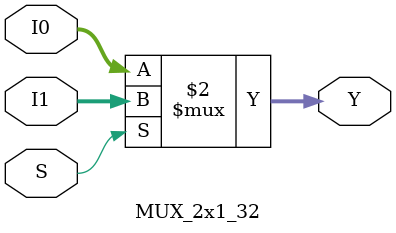
<source format=v>
`timescale 1ns / 1ps


module MUX_2x1_32(
    input [31:0] I0,
    input [31:0] I1,
    input S,
    output [31:0] Y
    );
    assign Y= (S==1'b0) ? I0 : I1;
endmodule

</source>
